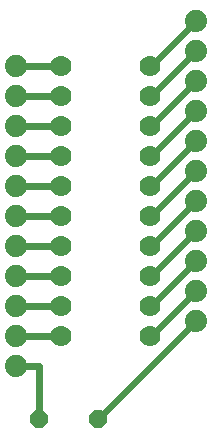
<source format=gbl>
G75*
%MOIN*%
%OFA0B0*%
%FSLAX24Y24*%
%IPPOS*%
%LPD*%
%AMOC8*
5,1,8,0,0,1.08239X$1,22.5*
%
%ADD10C,0.0740*%
%ADD11C,0.0700*%
%ADD12OC8,0.0594*%
%ADD13C,0.0240*%
D10*
X001487Y003135D03*
X001487Y004135D03*
X001487Y005135D03*
X001487Y006135D03*
X001487Y007135D03*
X001487Y008135D03*
X001487Y009135D03*
X001487Y010135D03*
X001487Y011135D03*
X001487Y012135D03*
X001487Y013135D03*
X007487Y013635D03*
X007487Y014635D03*
X007487Y012635D03*
X007487Y011635D03*
X007487Y010635D03*
X007487Y009635D03*
X007487Y008635D03*
X007487Y007635D03*
X007487Y006635D03*
X007487Y005635D03*
X007487Y004635D03*
D11*
X005939Y005135D03*
X005939Y006135D03*
X005939Y007135D03*
X005939Y008135D03*
X005939Y009135D03*
X005939Y010135D03*
X005939Y011135D03*
X005939Y012135D03*
X005939Y013135D03*
X002987Y013135D03*
X002987Y012135D03*
X002987Y011135D03*
X002987Y010135D03*
X002987Y009135D03*
X002987Y008135D03*
X002987Y007135D03*
X002987Y006135D03*
X002987Y005135D03*
X002987Y004135D03*
X005939Y004135D03*
D12*
X004221Y001385D03*
X002252Y001385D03*
D13*
X002252Y003135D01*
X001487Y003135D01*
X001487Y004135D02*
X002987Y004135D01*
X002987Y005135D02*
X001487Y005135D01*
X001487Y006135D02*
X002987Y006135D01*
X002987Y007135D02*
X001487Y007135D01*
X001487Y008135D02*
X002987Y008135D01*
X002987Y009135D02*
X001487Y009135D01*
X001487Y010135D02*
X002987Y010135D01*
X002987Y011135D02*
X001487Y011135D01*
X001487Y012135D02*
X002987Y012135D01*
X002987Y013135D02*
X001487Y013135D01*
X005939Y013135D02*
X005987Y013135D01*
X007487Y014635D01*
X007487Y013635D02*
X005987Y012135D01*
X005939Y012135D01*
X005939Y011135D02*
X005987Y011135D01*
X007487Y012635D01*
X007487Y011635D02*
X005987Y010135D01*
X005939Y010135D01*
X005939Y009135D02*
X005987Y009135D01*
X007487Y010635D01*
X007487Y009635D02*
X005987Y008135D01*
X005939Y008135D01*
X005939Y007135D02*
X005987Y007135D01*
X007487Y008635D01*
X007487Y007635D02*
X005987Y006135D01*
X005939Y006135D01*
X005939Y005135D02*
X005987Y005135D01*
X007487Y006635D01*
X007487Y005635D02*
X005987Y004135D01*
X005939Y004135D01*
X007471Y004635D02*
X004221Y001385D01*
X007471Y004635D02*
X007487Y004635D01*
M02*

</source>
